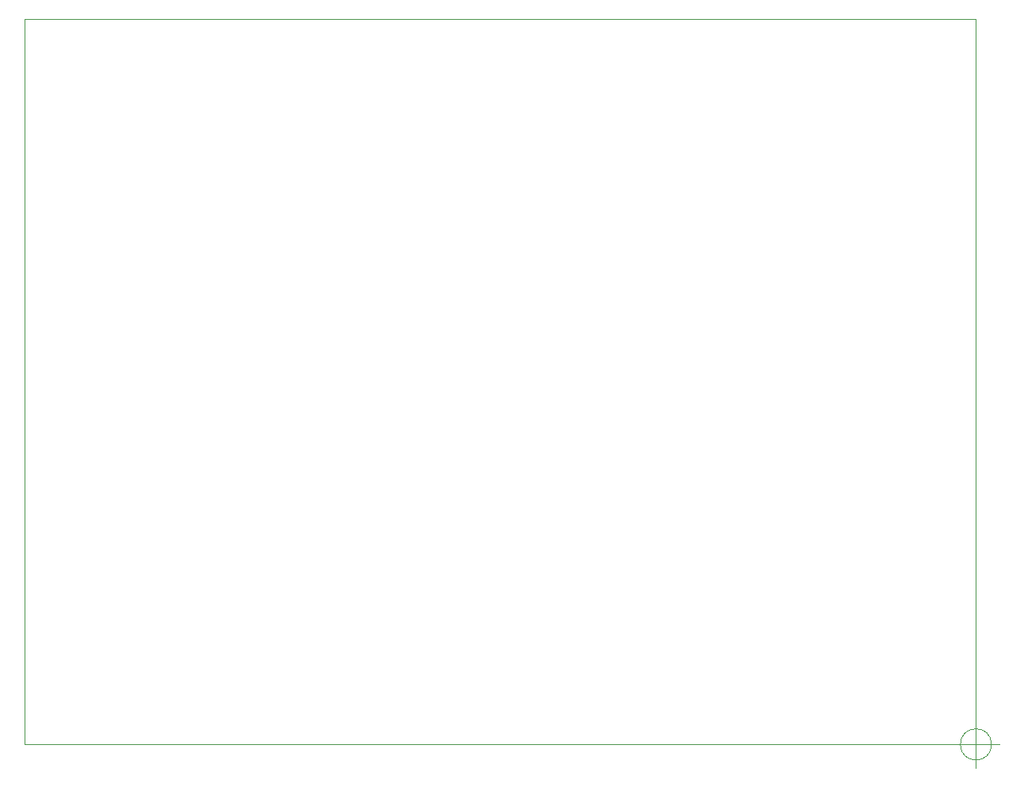
<source format=gbr>
%TF.GenerationSoftware,KiCad,Pcbnew,(6.0.0)*%
%TF.CreationDate,2024-11-06T11:00:44+02:00*%
%TF.ProjectId,second_pr.kicad_sch-1,7365636f-6e64-45f7-9072-2e6b69636164,0*%
%TF.SameCoordinates,Original*%
%TF.FileFunction,Profile,NP*%
%FSLAX46Y46*%
G04 Gerber Fmt 4.6, Leading zero omitted, Abs format (unit mm)*
G04 Created by KiCad (PCBNEW (6.0.0)) date 2024-11-06 11:00:44*
%MOMM*%
%LPD*%
G01*
G04 APERTURE LIST*
%TA.AperFunction,Profile*%
%ADD10C,0.100000*%
%TD*%
G04 APERTURE END LIST*
D10*
X177800000Y-87630000D02*
X279400000Y-87630000D01*
X279400000Y-87630000D02*
X279400000Y-165100000D01*
X279400000Y-165100000D02*
X177800000Y-165100000D01*
X177800000Y-165100000D02*
X177800000Y-87630000D01*
X281066666Y-165100000D02*
G75*
G03*
X281066666Y-165100000I-1666666J0D01*
G01*
X276900000Y-165100000D02*
X281900000Y-165100000D01*
X279400000Y-162600000D02*
X279400000Y-167600000D01*
M02*

</source>
